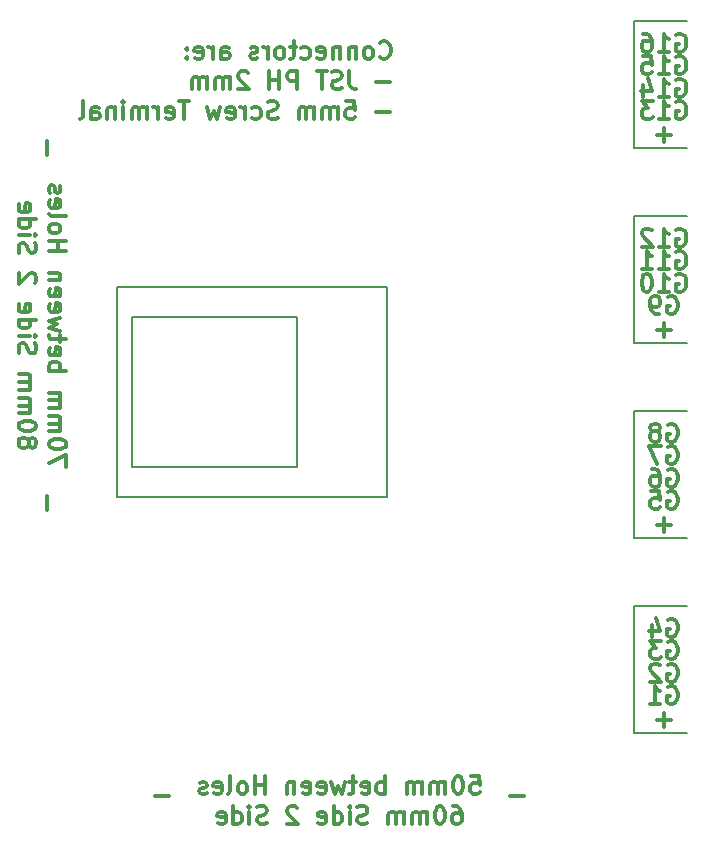
<source format=gbo>
G04 #@! TF.FileFunction,Legend,Bot*
%FSLAX46Y46*%
G04 Gerber Fmt 4.6, Leading zero omitted, Abs format (unit mm)*
G04 Created by KiCad (PCBNEW 4.0.5) date Sunday, 26 February 2017 'PMt' 14:45:35*
%MOMM*%
%LPD*%
G01*
G04 APERTURE LIST*
%ADD10C,0.100000*%
%ADD11C,0.300000*%
%ADD12C,0.200000*%
%ADD13C,0.150000*%
G04 APERTURE END LIST*
D10*
D11*
X173410714Y-72280714D02*
X173482143Y-72352143D01*
X173696429Y-72423571D01*
X173839286Y-72423571D01*
X174053571Y-72352143D01*
X174196429Y-72209286D01*
X174267857Y-72066429D01*
X174339286Y-71780714D01*
X174339286Y-71566429D01*
X174267857Y-71280714D01*
X174196429Y-71137857D01*
X174053571Y-70995000D01*
X173839286Y-70923571D01*
X173696429Y-70923571D01*
X173482143Y-70995000D01*
X173410714Y-71066429D01*
X172553571Y-72423571D02*
X172696429Y-72352143D01*
X172767857Y-72280714D01*
X172839286Y-72137857D01*
X172839286Y-71709286D01*
X172767857Y-71566429D01*
X172696429Y-71495000D01*
X172553571Y-71423571D01*
X172339286Y-71423571D01*
X172196429Y-71495000D01*
X172125000Y-71566429D01*
X172053571Y-71709286D01*
X172053571Y-72137857D01*
X172125000Y-72280714D01*
X172196429Y-72352143D01*
X172339286Y-72423571D01*
X172553571Y-72423571D01*
X171410714Y-71423571D02*
X171410714Y-72423571D01*
X171410714Y-71566429D02*
X171339286Y-71495000D01*
X171196428Y-71423571D01*
X170982143Y-71423571D01*
X170839286Y-71495000D01*
X170767857Y-71637857D01*
X170767857Y-72423571D01*
X170053571Y-71423571D02*
X170053571Y-72423571D01*
X170053571Y-71566429D02*
X169982143Y-71495000D01*
X169839285Y-71423571D01*
X169625000Y-71423571D01*
X169482143Y-71495000D01*
X169410714Y-71637857D01*
X169410714Y-72423571D01*
X168125000Y-72352143D02*
X168267857Y-72423571D01*
X168553571Y-72423571D01*
X168696428Y-72352143D01*
X168767857Y-72209286D01*
X168767857Y-71637857D01*
X168696428Y-71495000D01*
X168553571Y-71423571D01*
X168267857Y-71423571D01*
X168125000Y-71495000D01*
X168053571Y-71637857D01*
X168053571Y-71780714D01*
X168767857Y-71923571D01*
X166767857Y-72352143D02*
X166910714Y-72423571D01*
X167196428Y-72423571D01*
X167339286Y-72352143D01*
X167410714Y-72280714D01*
X167482143Y-72137857D01*
X167482143Y-71709286D01*
X167410714Y-71566429D01*
X167339286Y-71495000D01*
X167196428Y-71423571D01*
X166910714Y-71423571D01*
X166767857Y-71495000D01*
X166339286Y-71423571D02*
X165767857Y-71423571D01*
X166125000Y-70923571D02*
X166125000Y-72209286D01*
X166053572Y-72352143D01*
X165910714Y-72423571D01*
X165767857Y-72423571D01*
X165053571Y-72423571D02*
X165196429Y-72352143D01*
X165267857Y-72280714D01*
X165339286Y-72137857D01*
X165339286Y-71709286D01*
X165267857Y-71566429D01*
X165196429Y-71495000D01*
X165053571Y-71423571D01*
X164839286Y-71423571D01*
X164696429Y-71495000D01*
X164625000Y-71566429D01*
X164553571Y-71709286D01*
X164553571Y-72137857D01*
X164625000Y-72280714D01*
X164696429Y-72352143D01*
X164839286Y-72423571D01*
X165053571Y-72423571D01*
X163910714Y-72423571D02*
X163910714Y-71423571D01*
X163910714Y-71709286D02*
X163839286Y-71566429D01*
X163767857Y-71495000D01*
X163625000Y-71423571D01*
X163482143Y-71423571D01*
X163053572Y-72352143D02*
X162910715Y-72423571D01*
X162625000Y-72423571D01*
X162482143Y-72352143D01*
X162410715Y-72209286D01*
X162410715Y-72137857D01*
X162482143Y-71995000D01*
X162625000Y-71923571D01*
X162839286Y-71923571D01*
X162982143Y-71852143D01*
X163053572Y-71709286D01*
X163053572Y-71637857D01*
X162982143Y-71495000D01*
X162839286Y-71423571D01*
X162625000Y-71423571D01*
X162482143Y-71495000D01*
X159982143Y-72423571D02*
X159982143Y-71637857D01*
X160053572Y-71495000D01*
X160196429Y-71423571D01*
X160482143Y-71423571D01*
X160625000Y-71495000D01*
X159982143Y-72352143D02*
X160125000Y-72423571D01*
X160482143Y-72423571D01*
X160625000Y-72352143D01*
X160696429Y-72209286D01*
X160696429Y-72066429D01*
X160625000Y-71923571D01*
X160482143Y-71852143D01*
X160125000Y-71852143D01*
X159982143Y-71780714D01*
X159267857Y-72423571D02*
X159267857Y-71423571D01*
X159267857Y-71709286D02*
X159196429Y-71566429D01*
X159125000Y-71495000D01*
X158982143Y-71423571D01*
X158839286Y-71423571D01*
X157767858Y-72352143D02*
X157910715Y-72423571D01*
X158196429Y-72423571D01*
X158339286Y-72352143D01*
X158410715Y-72209286D01*
X158410715Y-71637857D01*
X158339286Y-71495000D01*
X158196429Y-71423571D01*
X157910715Y-71423571D01*
X157767858Y-71495000D01*
X157696429Y-71637857D01*
X157696429Y-71780714D01*
X158410715Y-71923571D01*
X157053572Y-72280714D02*
X156982144Y-72352143D01*
X157053572Y-72423571D01*
X157125001Y-72352143D01*
X157053572Y-72280714D01*
X157053572Y-72423571D01*
X157053572Y-71495000D02*
X156982144Y-71566429D01*
X157053572Y-71637857D01*
X157125001Y-71566429D01*
X157053572Y-71495000D01*
X157053572Y-71637857D01*
X174267857Y-74402143D02*
X173125000Y-74402143D01*
X170839286Y-73473571D02*
X170839286Y-74545000D01*
X170910714Y-74759286D01*
X171053571Y-74902143D01*
X171267857Y-74973571D01*
X171410714Y-74973571D01*
X170196429Y-74902143D02*
X169982143Y-74973571D01*
X169625000Y-74973571D01*
X169482143Y-74902143D01*
X169410714Y-74830714D01*
X169339286Y-74687857D01*
X169339286Y-74545000D01*
X169410714Y-74402143D01*
X169482143Y-74330714D01*
X169625000Y-74259286D01*
X169910714Y-74187857D01*
X170053572Y-74116429D01*
X170125000Y-74045000D01*
X170196429Y-73902143D01*
X170196429Y-73759286D01*
X170125000Y-73616429D01*
X170053572Y-73545000D01*
X169910714Y-73473571D01*
X169553572Y-73473571D01*
X169339286Y-73545000D01*
X168910715Y-73473571D02*
X168053572Y-73473571D01*
X168482143Y-74973571D02*
X168482143Y-73473571D01*
X166410715Y-74973571D02*
X166410715Y-73473571D01*
X165839287Y-73473571D01*
X165696429Y-73545000D01*
X165625001Y-73616429D01*
X165553572Y-73759286D01*
X165553572Y-73973571D01*
X165625001Y-74116429D01*
X165696429Y-74187857D01*
X165839287Y-74259286D01*
X166410715Y-74259286D01*
X164910715Y-74973571D02*
X164910715Y-73473571D01*
X164910715Y-74187857D02*
X164053572Y-74187857D01*
X164053572Y-74973571D02*
X164053572Y-73473571D01*
X162267858Y-73616429D02*
X162196429Y-73545000D01*
X162053572Y-73473571D01*
X161696429Y-73473571D01*
X161553572Y-73545000D01*
X161482143Y-73616429D01*
X161410715Y-73759286D01*
X161410715Y-73902143D01*
X161482143Y-74116429D01*
X162339286Y-74973571D01*
X161410715Y-74973571D01*
X160767858Y-74973571D02*
X160767858Y-73973571D01*
X160767858Y-74116429D02*
X160696430Y-74045000D01*
X160553572Y-73973571D01*
X160339287Y-73973571D01*
X160196430Y-74045000D01*
X160125001Y-74187857D01*
X160125001Y-74973571D01*
X160125001Y-74187857D02*
X160053572Y-74045000D01*
X159910715Y-73973571D01*
X159696430Y-73973571D01*
X159553572Y-74045000D01*
X159482144Y-74187857D01*
X159482144Y-74973571D01*
X158767858Y-74973571D02*
X158767858Y-73973571D01*
X158767858Y-74116429D02*
X158696430Y-74045000D01*
X158553572Y-73973571D01*
X158339287Y-73973571D01*
X158196430Y-74045000D01*
X158125001Y-74187857D01*
X158125001Y-74973571D01*
X158125001Y-74187857D02*
X158053572Y-74045000D01*
X157910715Y-73973571D01*
X157696430Y-73973571D01*
X157553572Y-74045000D01*
X157482144Y-74187857D01*
X157482144Y-74973571D01*
X174267857Y-76952143D02*
X173125000Y-76952143D01*
X170553571Y-76023571D02*
X171267857Y-76023571D01*
X171339286Y-76737857D01*
X171267857Y-76666429D01*
X171125000Y-76595000D01*
X170767857Y-76595000D01*
X170625000Y-76666429D01*
X170553571Y-76737857D01*
X170482143Y-76880714D01*
X170482143Y-77237857D01*
X170553571Y-77380714D01*
X170625000Y-77452143D01*
X170767857Y-77523571D01*
X171125000Y-77523571D01*
X171267857Y-77452143D01*
X171339286Y-77380714D01*
X169839286Y-77523571D02*
X169839286Y-76523571D01*
X169839286Y-76666429D02*
X169767858Y-76595000D01*
X169625000Y-76523571D01*
X169410715Y-76523571D01*
X169267858Y-76595000D01*
X169196429Y-76737857D01*
X169196429Y-77523571D01*
X169196429Y-76737857D02*
X169125000Y-76595000D01*
X168982143Y-76523571D01*
X168767858Y-76523571D01*
X168625000Y-76595000D01*
X168553572Y-76737857D01*
X168553572Y-77523571D01*
X167839286Y-77523571D02*
X167839286Y-76523571D01*
X167839286Y-76666429D02*
X167767858Y-76595000D01*
X167625000Y-76523571D01*
X167410715Y-76523571D01*
X167267858Y-76595000D01*
X167196429Y-76737857D01*
X167196429Y-77523571D01*
X167196429Y-76737857D02*
X167125000Y-76595000D01*
X166982143Y-76523571D01*
X166767858Y-76523571D01*
X166625000Y-76595000D01*
X166553572Y-76737857D01*
X166553572Y-77523571D01*
X164767858Y-77452143D02*
X164553572Y-77523571D01*
X164196429Y-77523571D01*
X164053572Y-77452143D01*
X163982143Y-77380714D01*
X163910715Y-77237857D01*
X163910715Y-77095000D01*
X163982143Y-76952143D01*
X164053572Y-76880714D01*
X164196429Y-76809286D01*
X164482143Y-76737857D01*
X164625001Y-76666429D01*
X164696429Y-76595000D01*
X164767858Y-76452143D01*
X164767858Y-76309286D01*
X164696429Y-76166429D01*
X164625001Y-76095000D01*
X164482143Y-76023571D01*
X164125001Y-76023571D01*
X163910715Y-76095000D01*
X162625001Y-77452143D02*
X162767858Y-77523571D01*
X163053572Y-77523571D01*
X163196430Y-77452143D01*
X163267858Y-77380714D01*
X163339287Y-77237857D01*
X163339287Y-76809286D01*
X163267858Y-76666429D01*
X163196430Y-76595000D01*
X163053572Y-76523571D01*
X162767858Y-76523571D01*
X162625001Y-76595000D01*
X161982144Y-77523571D02*
X161982144Y-76523571D01*
X161982144Y-76809286D02*
X161910716Y-76666429D01*
X161839287Y-76595000D01*
X161696430Y-76523571D01*
X161553573Y-76523571D01*
X160482145Y-77452143D02*
X160625002Y-77523571D01*
X160910716Y-77523571D01*
X161053573Y-77452143D01*
X161125002Y-77309286D01*
X161125002Y-76737857D01*
X161053573Y-76595000D01*
X160910716Y-76523571D01*
X160625002Y-76523571D01*
X160482145Y-76595000D01*
X160410716Y-76737857D01*
X160410716Y-76880714D01*
X161125002Y-77023571D01*
X159910716Y-76523571D02*
X159625002Y-77523571D01*
X159339288Y-76809286D01*
X159053573Y-77523571D01*
X158767859Y-76523571D01*
X157267859Y-76023571D02*
X156410716Y-76023571D01*
X156839287Y-77523571D02*
X156839287Y-76023571D01*
X155339288Y-77452143D02*
X155482145Y-77523571D01*
X155767859Y-77523571D01*
X155910716Y-77452143D01*
X155982145Y-77309286D01*
X155982145Y-76737857D01*
X155910716Y-76595000D01*
X155767859Y-76523571D01*
X155482145Y-76523571D01*
X155339288Y-76595000D01*
X155267859Y-76737857D01*
X155267859Y-76880714D01*
X155982145Y-77023571D01*
X154625002Y-77523571D02*
X154625002Y-76523571D01*
X154625002Y-76809286D02*
X154553574Y-76666429D01*
X154482145Y-76595000D01*
X154339288Y-76523571D01*
X154196431Y-76523571D01*
X153696431Y-77523571D02*
X153696431Y-76523571D01*
X153696431Y-76666429D02*
X153625003Y-76595000D01*
X153482145Y-76523571D01*
X153267860Y-76523571D01*
X153125003Y-76595000D01*
X153053574Y-76737857D01*
X153053574Y-77523571D01*
X153053574Y-76737857D02*
X152982145Y-76595000D01*
X152839288Y-76523571D01*
X152625003Y-76523571D01*
X152482145Y-76595000D01*
X152410717Y-76737857D01*
X152410717Y-77523571D01*
X151696431Y-77523571D02*
X151696431Y-76523571D01*
X151696431Y-76023571D02*
X151767860Y-76095000D01*
X151696431Y-76166429D01*
X151625003Y-76095000D01*
X151696431Y-76023571D01*
X151696431Y-76166429D01*
X150982145Y-76523571D02*
X150982145Y-77523571D01*
X150982145Y-76666429D02*
X150910717Y-76595000D01*
X150767859Y-76523571D01*
X150553574Y-76523571D01*
X150410717Y-76595000D01*
X150339288Y-76737857D01*
X150339288Y-77523571D01*
X148982145Y-77523571D02*
X148982145Y-76737857D01*
X149053574Y-76595000D01*
X149196431Y-76523571D01*
X149482145Y-76523571D01*
X149625002Y-76595000D01*
X148982145Y-77452143D02*
X149125002Y-77523571D01*
X149482145Y-77523571D01*
X149625002Y-77452143D01*
X149696431Y-77309286D01*
X149696431Y-77166429D01*
X149625002Y-77023571D01*
X149482145Y-76952143D01*
X149125002Y-76952143D01*
X148982145Y-76880714D01*
X148053573Y-77523571D02*
X148196431Y-77452143D01*
X148267859Y-77309286D01*
X148267859Y-76023571D01*
X145233571Y-110607142D02*
X145233571Y-109464285D01*
X146876429Y-106964285D02*
X146876429Y-105964285D01*
X145376429Y-106607142D01*
X146876429Y-105107143D02*
X146876429Y-104964286D01*
X146805000Y-104821429D01*
X146733571Y-104750000D01*
X146590714Y-104678571D01*
X146305000Y-104607143D01*
X145947857Y-104607143D01*
X145662143Y-104678571D01*
X145519286Y-104750000D01*
X145447857Y-104821429D01*
X145376429Y-104964286D01*
X145376429Y-105107143D01*
X145447857Y-105250000D01*
X145519286Y-105321429D01*
X145662143Y-105392857D01*
X145947857Y-105464286D01*
X146305000Y-105464286D01*
X146590714Y-105392857D01*
X146733571Y-105321429D01*
X146805000Y-105250000D01*
X146876429Y-105107143D01*
X145376429Y-103964286D02*
X146376429Y-103964286D01*
X146233571Y-103964286D02*
X146305000Y-103892858D01*
X146376429Y-103750000D01*
X146376429Y-103535715D01*
X146305000Y-103392858D01*
X146162143Y-103321429D01*
X145376429Y-103321429D01*
X146162143Y-103321429D02*
X146305000Y-103250000D01*
X146376429Y-103107143D01*
X146376429Y-102892858D01*
X146305000Y-102750000D01*
X146162143Y-102678572D01*
X145376429Y-102678572D01*
X145376429Y-101964286D02*
X146376429Y-101964286D01*
X146233571Y-101964286D02*
X146305000Y-101892858D01*
X146376429Y-101750000D01*
X146376429Y-101535715D01*
X146305000Y-101392858D01*
X146162143Y-101321429D01*
X145376429Y-101321429D01*
X146162143Y-101321429D02*
X146305000Y-101250000D01*
X146376429Y-101107143D01*
X146376429Y-100892858D01*
X146305000Y-100750000D01*
X146162143Y-100678572D01*
X145376429Y-100678572D01*
X145376429Y-98821429D02*
X146876429Y-98821429D01*
X146305000Y-98821429D02*
X146376429Y-98678572D01*
X146376429Y-98392858D01*
X146305000Y-98250001D01*
X146233571Y-98178572D01*
X146090714Y-98107143D01*
X145662143Y-98107143D01*
X145519286Y-98178572D01*
X145447857Y-98250001D01*
X145376429Y-98392858D01*
X145376429Y-98678572D01*
X145447857Y-98821429D01*
X145447857Y-96892858D02*
X145376429Y-97035715D01*
X145376429Y-97321429D01*
X145447857Y-97464286D01*
X145590714Y-97535715D01*
X146162143Y-97535715D01*
X146305000Y-97464286D01*
X146376429Y-97321429D01*
X146376429Y-97035715D01*
X146305000Y-96892858D01*
X146162143Y-96821429D01*
X146019286Y-96821429D01*
X145876429Y-97535715D01*
X146376429Y-96392858D02*
X146376429Y-95821429D01*
X146876429Y-96178572D02*
X145590714Y-96178572D01*
X145447857Y-96107144D01*
X145376429Y-95964286D01*
X145376429Y-95821429D01*
X146376429Y-95464286D02*
X145376429Y-95178572D01*
X146090714Y-94892858D01*
X145376429Y-94607143D01*
X146376429Y-94321429D01*
X145447857Y-93178572D02*
X145376429Y-93321429D01*
X145376429Y-93607143D01*
X145447857Y-93750000D01*
X145590714Y-93821429D01*
X146162143Y-93821429D01*
X146305000Y-93750000D01*
X146376429Y-93607143D01*
X146376429Y-93321429D01*
X146305000Y-93178572D01*
X146162143Y-93107143D01*
X146019286Y-93107143D01*
X145876429Y-93821429D01*
X145447857Y-91892858D02*
X145376429Y-92035715D01*
X145376429Y-92321429D01*
X145447857Y-92464286D01*
X145590714Y-92535715D01*
X146162143Y-92535715D01*
X146305000Y-92464286D01*
X146376429Y-92321429D01*
X146376429Y-92035715D01*
X146305000Y-91892858D01*
X146162143Y-91821429D01*
X146019286Y-91821429D01*
X145876429Y-92535715D01*
X146376429Y-91178572D02*
X145376429Y-91178572D01*
X146233571Y-91178572D02*
X146305000Y-91107144D01*
X146376429Y-90964286D01*
X146376429Y-90750001D01*
X146305000Y-90607144D01*
X146162143Y-90535715D01*
X145376429Y-90535715D01*
X145376429Y-88678572D02*
X146876429Y-88678572D01*
X146162143Y-88678572D02*
X146162143Y-87821429D01*
X145376429Y-87821429D02*
X146876429Y-87821429D01*
X145376429Y-86892857D02*
X145447857Y-87035715D01*
X145519286Y-87107143D01*
X145662143Y-87178572D01*
X146090714Y-87178572D01*
X146233571Y-87107143D01*
X146305000Y-87035715D01*
X146376429Y-86892857D01*
X146376429Y-86678572D01*
X146305000Y-86535715D01*
X146233571Y-86464286D01*
X146090714Y-86392857D01*
X145662143Y-86392857D01*
X145519286Y-86464286D01*
X145447857Y-86535715D01*
X145376429Y-86678572D01*
X145376429Y-86892857D01*
X145376429Y-85535714D02*
X145447857Y-85678572D01*
X145590714Y-85750000D01*
X146876429Y-85750000D01*
X145447857Y-84392858D02*
X145376429Y-84535715D01*
X145376429Y-84821429D01*
X145447857Y-84964286D01*
X145590714Y-85035715D01*
X146162143Y-85035715D01*
X146305000Y-84964286D01*
X146376429Y-84821429D01*
X146376429Y-84535715D01*
X146305000Y-84392858D01*
X146162143Y-84321429D01*
X146019286Y-84321429D01*
X145876429Y-85035715D01*
X145447857Y-83750001D02*
X145376429Y-83607144D01*
X145376429Y-83321429D01*
X145447857Y-83178572D01*
X145590714Y-83107144D01*
X145662143Y-83107144D01*
X145805000Y-83178572D01*
X145876429Y-83321429D01*
X145876429Y-83535715D01*
X145947857Y-83678572D01*
X146090714Y-83750001D01*
X146162143Y-83750001D01*
X146305000Y-83678572D01*
X146376429Y-83535715D01*
X146376429Y-83321429D01*
X146305000Y-83178572D01*
X145233571Y-80535715D02*
X145233571Y-79392858D01*
X143683571Y-105071427D02*
X143755000Y-105214285D01*
X143826429Y-105285713D01*
X143969286Y-105357142D01*
X144040714Y-105357142D01*
X144183571Y-105285713D01*
X144255000Y-105214285D01*
X144326429Y-105071427D01*
X144326429Y-104785713D01*
X144255000Y-104642856D01*
X144183571Y-104571427D01*
X144040714Y-104499999D01*
X143969286Y-104499999D01*
X143826429Y-104571427D01*
X143755000Y-104642856D01*
X143683571Y-104785713D01*
X143683571Y-105071427D01*
X143612143Y-105214285D01*
X143540714Y-105285713D01*
X143397857Y-105357142D01*
X143112143Y-105357142D01*
X142969286Y-105285713D01*
X142897857Y-105214285D01*
X142826429Y-105071427D01*
X142826429Y-104785713D01*
X142897857Y-104642856D01*
X142969286Y-104571427D01*
X143112143Y-104499999D01*
X143397857Y-104499999D01*
X143540714Y-104571427D01*
X143612143Y-104642856D01*
X143683571Y-104785713D01*
X144326429Y-103571428D02*
X144326429Y-103428571D01*
X144255000Y-103285714D01*
X144183571Y-103214285D01*
X144040714Y-103142856D01*
X143755000Y-103071428D01*
X143397857Y-103071428D01*
X143112143Y-103142856D01*
X142969286Y-103214285D01*
X142897857Y-103285714D01*
X142826429Y-103428571D01*
X142826429Y-103571428D01*
X142897857Y-103714285D01*
X142969286Y-103785714D01*
X143112143Y-103857142D01*
X143397857Y-103928571D01*
X143755000Y-103928571D01*
X144040714Y-103857142D01*
X144183571Y-103785714D01*
X144255000Y-103714285D01*
X144326429Y-103571428D01*
X142826429Y-102428571D02*
X143826429Y-102428571D01*
X143683571Y-102428571D02*
X143755000Y-102357143D01*
X143826429Y-102214285D01*
X143826429Y-102000000D01*
X143755000Y-101857143D01*
X143612143Y-101785714D01*
X142826429Y-101785714D01*
X143612143Y-101785714D02*
X143755000Y-101714285D01*
X143826429Y-101571428D01*
X143826429Y-101357143D01*
X143755000Y-101214285D01*
X143612143Y-101142857D01*
X142826429Y-101142857D01*
X142826429Y-100428571D02*
X143826429Y-100428571D01*
X143683571Y-100428571D02*
X143755000Y-100357143D01*
X143826429Y-100214285D01*
X143826429Y-100000000D01*
X143755000Y-99857143D01*
X143612143Y-99785714D01*
X142826429Y-99785714D01*
X143612143Y-99785714D02*
X143755000Y-99714285D01*
X143826429Y-99571428D01*
X143826429Y-99357143D01*
X143755000Y-99214285D01*
X143612143Y-99142857D01*
X142826429Y-99142857D01*
X142897857Y-97357143D02*
X142826429Y-97142857D01*
X142826429Y-96785714D01*
X142897857Y-96642857D01*
X142969286Y-96571428D01*
X143112143Y-96500000D01*
X143255000Y-96500000D01*
X143397857Y-96571428D01*
X143469286Y-96642857D01*
X143540714Y-96785714D01*
X143612143Y-97071428D01*
X143683571Y-97214286D01*
X143755000Y-97285714D01*
X143897857Y-97357143D01*
X144040714Y-97357143D01*
X144183571Y-97285714D01*
X144255000Y-97214286D01*
X144326429Y-97071428D01*
X144326429Y-96714286D01*
X144255000Y-96500000D01*
X142826429Y-95857143D02*
X143826429Y-95857143D01*
X144326429Y-95857143D02*
X144255000Y-95928572D01*
X144183571Y-95857143D01*
X144255000Y-95785715D01*
X144326429Y-95857143D01*
X144183571Y-95857143D01*
X142826429Y-94500000D02*
X144326429Y-94500000D01*
X142897857Y-94500000D02*
X142826429Y-94642857D01*
X142826429Y-94928571D01*
X142897857Y-95071429D01*
X142969286Y-95142857D01*
X143112143Y-95214286D01*
X143540714Y-95214286D01*
X143683571Y-95142857D01*
X143755000Y-95071429D01*
X143826429Y-94928571D01*
X143826429Y-94642857D01*
X143755000Y-94500000D01*
X142897857Y-93214286D02*
X142826429Y-93357143D01*
X142826429Y-93642857D01*
X142897857Y-93785714D01*
X143040714Y-93857143D01*
X143612143Y-93857143D01*
X143755000Y-93785714D01*
X143826429Y-93642857D01*
X143826429Y-93357143D01*
X143755000Y-93214286D01*
X143612143Y-93142857D01*
X143469286Y-93142857D01*
X143326429Y-93857143D01*
X144183571Y-91428572D02*
X144255000Y-91357143D01*
X144326429Y-91214286D01*
X144326429Y-90857143D01*
X144255000Y-90714286D01*
X144183571Y-90642857D01*
X144040714Y-90571429D01*
X143897857Y-90571429D01*
X143683571Y-90642857D01*
X142826429Y-91500000D01*
X142826429Y-90571429D01*
X142897857Y-88857144D02*
X142826429Y-88642858D01*
X142826429Y-88285715D01*
X142897857Y-88142858D01*
X142969286Y-88071429D01*
X143112143Y-88000001D01*
X143255000Y-88000001D01*
X143397857Y-88071429D01*
X143469286Y-88142858D01*
X143540714Y-88285715D01*
X143612143Y-88571429D01*
X143683571Y-88714287D01*
X143755000Y-88785715D01*
X143897857Y-88857144D01*
X144040714Y-88857144D01*
X144183571Y-88785715D01*
X144255000Y-88714287D01*
X144326429Y-88571429D01*
X144326429Y-88214287D01*
X144255000Y-88000001D01*
X142826429Y-87357144D02*
X143826429Y-87357144D01*
X144326429Y-87357144D02*
X144255000Y-87428573D01*
X144183571Y-87357144D01*
X144255000Y-87285716D01*
X144326429Y-87357144D01*
X144183571Y-87357144D01*
X142826429Y-86000001D02*
X144326429Y-86000001D01*
X142897857Y-86000001D02*
X142826429Y-86142858D01*
X142826429Y-86428572D01*
X142897857Y-86571430D01*
X142969286Y-86642858D01*
X143112143Y-86714287D01*
X143540714Y-86714287D01*
X143683571Y-86642858D01*
X143755000Y-86571430D01*
X143826429Y-86428572D01*
X143826429Y-86142858D01*
X143755000Y-86000001D01*
X142897857Y-84714287D02*
X142826429Y-84857144D01*
X142826429Y-85142858D01*
X142897857Y-85285715D01*
X143040714Y-85357144D01*
X143612143Y-85357144D01*
X143755000Y-85285715D01*
X143826429Y-85142858D01*
X143826429Y-84857144D01*
X143755000Y-84714287D01*
X143612143Y-84642858D01*
X143469286Y-84642858D01*
X143326429Y-85357144D01*
X185607142Y-134801429D02*
X184464285Y-134801429D01*
X181107142Y-133158571D02*
X181821428Y-133158571D01*
X181892857Y-133872857D01*
X181821428Y-133801429D01*
X181678571Y-133730000D01*
X181321428Y-133730000D01*
X181178571Y-133801429D01*
X181107142Y-133872857D01*
X181035714Y-134015714D01*
X181035714Y-134372857D01*
X181107142Y-134515714D01*
X181178571Y-134587143D01*
X181321428Y-134658571D01*
X181678571Y-134658571D01*
X181821428Y-134587143D01*
X181892857Y-134515714D01*
X180107143Y-133158571D02*
X179964286Y-133158571D01*
X179821429Y-133230000D01*
X179750000Y-133301429D01*
X179678571Y-133444286D01*
X179607143Y-133730000D01*
X179607143Y-134087143D01*
X179678571Y-134372857D01*
X179750000Y-134515714D01*
X179821429Y-134587143D01*
X179964286Y-134658571D01*
X180107143Y-134658571D01*
X180250000Y-134587143D01*
X180321429Y-134515714D01*
X180392857Y-134372857D01*
X180464286Y-134087143D01*
X180464286Y-133730000D01*
X180392857Y-133444286D01*
X180321429Y-133301429D01*
X180250000Y-133230000D01*
X180107143Y-133158571D01*
X178964286Y-134658571D02*
X178964286Y-133658571D01*
X178964286Y-133801429D02*
X178892858Y-133730000D01*
X178750000Y-133658571D01*
X178535715Y-133658571D01*
X178392858Y-133730000D01*
X178321429Y-133872857D01*
X178321429Y-134658571D01*
X178321429Y-133872857D02*
X178250000Y-133730000D01*
X178107143Y-133658571D01*
X177892858Y-133658571D01*
X177750000Y-133730000D01*
X177678572Y-133872857D01*
X177678572Y-134658571D01*
X176964286Y-134658571D02*
X176964286Y-133658571D01*
X176964286Y-133801429D02*
X176892858Y-133730000D01*
X176750000Y-133658571D01*
X176535715Y-133658571D01*
X176392858Y-133730000D01*
X176321429Y-133872857D01*
X176321429Y-134658571D01*
X176321429Y-133872857D02*
X176250000Y-133730000D01*
X176107143Y-133658571D01*
X175892858Y-133658571D01*
X175750000Y-133730000D01*
X175678572Y-133872857D01*
X175678572Y-134658571D01*
X173821429Y-134658571D02*
X173821429Y-133158571D01*
X173821429Y-133730000D02*
X173678572Y-133658571D01*
X173392858Y-133658571D01*
X173250001Y-133730000D01*
X173178572Y-133801429D01*
X173107143Y-133944286D01*
X173107143Y-134372857D01*
X173178572Y-134515714D01*
X173250001Y-134587143D01*
X173392858Y-134658571D01*
X173678572Y-134658571D01*
X173821429Y-134587143D01*
X171892858Y-134587143D02*
X172035715Y-134658571D01*
X172321429Y-134658571D01*
X172464286Y-134587143D01*
X172535715Y-134444286D01*
X172535715Y-133872857D01*
X172464286Y-133730000D01*
X172321429Y-133658571D01*
X172035715Y-133658571D01*
X171892858Y-133730000D01*
X171821429Y-133872857D01*
X171821429Y-134015714D01*
X172535715Y-134158571D01*
X171392858Y-133658571D02*
X170821429Y-133658571D01*
X171178572Y-133158571D02*
X171178572Y-134444286D01*
X171107144Y-134587143D01*
X170964286Y-134658571D01*
X170821429Y-134658571D01*
X170464286Y-133658571D02*
X170178572Y-134658571D01*
X169892858Y-133944286D01*
X169607143Y-134658571D01*
X169321429Y-133658571D01*
X168178572Y-134587143D02*
X168321429Y-134658571D01*
X168607143Y-134658571D01*
X168750000Y-134587143D01*
X168821429Y-134444286D01*
X168821429Y-133872857D01*
X168750000Y-133730000D01*
X168607143Y-133658571D01*
X168321429Y-133658571D01*
X168178572Y-133730000D01*
X168107143Y-133872857D01*
X168107143Y-134015714D01*
X168821429Y-134158571D01*
X166892858Y-134587143D02*
X167035715Y-134658571D01*
X167321429Y-134658571D01*
X167464286Y-134587143D01*
X167535715Y-134444286D01*
X167535715Y-133872857D01*
X167464286Y-133730000D01*
X167321429Y-133658571D01*
X167035715Y-133658571D01*
X166892858Y-133730000D01*
X166821429Y-133872857D01*
X166821429Y-134015714D01*
X167535715Y-134158571D01*
X166178572Y-133658571D02*
X166178572Y-134658571D01*
X166178572Y-133801429D02*
X166107144Y-133730000D01*
X165964286Y-133658571D01*
X165750001Y-133658571D01*
X165607144Y-133730000D01*
X165535715Y-133872857D01*
X165535715Y-134658571D01*
X163678572Y-134658571D02*
X163678572Y-133158571D01*
X163678572Y-133872857D02*
X162821429Y-133872857D01*
X162821429Y-134658571D02*
X162821429Y-133158571D01*
X161892857Y-134658571D02*
X162035715Y-134587143D01*
X162107143Y-134515714D01*
X162178572Y-134372857D01*
X162178572Y-133944286D01*
X162107143Y-133801429D01*
X162035715Y-133730000D01*
X161892857Y-133658571D01*
X161678572Y-133658571D01*
X161535715Y-133730000D01*
X161464286Y-133801429D01*
X161392857Y-133944286D01*
X161392857Y-134372857D01*
X161464286Y-134515714D01*
X161535715Y-134587143D01*
X161678572Y-134658571D01*
X161892857Y-134658571D01*
X160535714Y-134658571D02*
X160678572Y-134587143D01*
X160750000Y-134444286D01*
X160750000Y-133158571D01*
X159392858Y-134587143D02*
X159535715Y-134658571D01*
X159821429Y-134658571D01*
X159964286Y-134587143D01*
X160035715Y-134444286D01*
X160035715Y-133872857D01*
X159964286Y-133730000D01*
X159821429Y-133658571D01*
X159535715Y-133658571D01*
X159392858Y-133730000D01*
X159321429Y-133872857D01*
X159321429Y-134015714D01*
X160035715Y-134158571D01*
X158750001Y-134587143D02*
X158607144Y-134658571D01*
X158321429Y-134658571D01*
X158178572Y-134587143D01*
X158107144Y-134444286D01*
X158107144Y-134372857D01*
X158178572Y-134230000D01*
X158321429Y-134158571D01*
X158535715Y-134158571D01*
X158678572Y-134087143D01*
X158750001Y-133944286D01*
X158750001Y-133872857D01*
X158678572Y-133730000D01*
X158535715Y-133658571D01*
X158321429Y-133658571D01*
X158178572Y-133730000D01*
X155535715Y-134801429D02*
X154392858Y-134801429D01*
X179642856Y-135708571D02*
X179928570Y-135708571D01*
X180071427Y-135780000D01*
X180142856Y-135851429D01*
X180285713Y-136065714D01*
X180357142Y-136351429D01*
X180357142Y-136922857D01*
X180285713Y-137065714D01*
X180214285Y-137137143D01*
X180071427Y-137208571D01*
X179785713Y-137208571D01*
X179642856Y-137137143D01*
X179571427Y-137065714D01*
X179499999Y-136922857D01*
X179499999Y-136565714D01*
X179571427Y-136422857D01*
X179642856Y-136351429D01*
X179785713Y-136280000D01*
X180071427Y-136280000D01*
X180214285Y-136351429D01*
X180285713Y-136422857D01*
X180357142Y-136565714D01*
X178571428Y-135708571D02*
X178428571Y-135708571D01*
X178285714Y-135780000D01*
X178214285Y-135851429D01*
X178142856Y-135994286D01*
X178071428Y-136280000D01*
X178071428Y-136637143D01*
X178142856Y-136922857D01*
X178214285Y-137065714D01*
X178285714Y-137137143D01*
X178428571Y-137208571D01*
X178571428Y-137208571D01*
X178714285Y-137137143D01*
X178785714Y-137065714D01*
X178857142Y-136922857D01*
X178928571Y-136637143D01*
X178928571Y-136280000D01*
X178857142Y-135994286D01*
X178785714Y-135851429D01*
X178714285Y-135780000D01*
X178571428Y-135708571D01*
X177428571Y-137208571D02*
X177428571Y-136208571D01*
X177428571Y-136351429D02*
X177357143Y-136280000D01*
X177214285Y-136208571D01*
X177000000Y-136208571D01*
X176857143Y-136280000D01*
X176785714Y-136422857D01*
X176785714Y-137208571D01*
X176785714Y-136422857D02*
X176714285Y-136280000D01*
X176571428Y-136208571D01*
X176357143Y-136208571D01*
X176214285Y-136280000D01*
X176142857Y-136422857D01*
X176142857Y-137208571D01*
X175428571Y-137208571D02*
X175428571Y-136208571D01*
X175428571Y-136351429D02*
X175357143Y-136280000D01*
X175214285Y-136208571D01*
X175000000Y-136208571D01*
X174857143Y-136280000D01*
X174785714Y-136422857D01*
X174785714Y-137208571D01*
X174785714Y-136422857D02*
X174714285Y-136280000D01*
X174571428Y-136208571D01*
X174357143Y-136208571D01*
X174214285Y-136280000D01*
X174142857Y-136422857D01*
X174142857Y-137208571D01*
X172357143Y-137137143D02*
X172142857Y-137208571D01*
X171785714Y-137208571D01*
X171642857Y-137137143D01*
X171571428Y-137065714D01*
X171500000Y-136922857D01*
X171500000Y-136780000D01*
X171571428Y-136637143D01*
X171642857Y-136565714D01*
X171785714Y-136494286D01*
X172071428Y-136422857D01*
X172214286Y-136351429D01*
X172285714Y-136280000D01*
X172357143Y-136137143D01*
X172357143Y-135994286D01*
X172285714Y-135851429D01*
X172214286Y-135780000D01*
X172071428Y-135708571D01*
X171714286Y-135708571D01*
X171500000Y-135780000D01*
X170857143Y-137208571D02*
X170857143Y-136208571D01*
X170857143Y-135708571D02*
X170928572Y-135780000D01*
X170857143Y-135851429D01*
X170785715Y-135780000D01*
X170857143Y-135708571D01*
X170857143Y-135851429D01*
X169500000Y-137208571D02*
X169500000Y-135708571D01*
X169500000Y-137137143D02*
X169642857Y-137208571D01*
X169928571Y-137208571D01*
X170071429Y-137137143D01*
X170142857Y-137065714D01*
X170214286Y-136922857D01*
X170214286Y-136494286D01*
X170142857Y-136351429D01*
X170071429Y-136280000D01*
X169928571Y-136208571D01*
X169642857Y-136208571D01*
X169500000Y-136280000D01*
X168214286Y-137137143D02*
X168357143Y-137208571D01*
X168642857Y-137208571D01*
X168785714Y-137137143D01*
X168857143Y-136994286D01*
X168857143Y-136422857D01*
X168785714Y-136280000D01*
X168642857Y-136208571D01*
X168357143Y-136208571D01*
X168214286Y-136280000D01*
X168142857Y-136422857D01*
X168142857Y-136565714D01*
X168857143Y-136708571D01*
X166428572Y-135851429D02*
X166357143Y-135780000D01*
X166214286Y-135708571D01*
X165857143Y-135708571D01*
X165714286Y-135780000D01*
X165642857Y-135851429D01*
X165571429Y-135994286D01*
X165571429Y-136137143D01*
X165642857Y-136351429D01*
X166500000Y-137208571D01*
X165571429Y-137208571D01*
X163857144Y-137137143D02*
X163642858Y-137208571D01*
X163285715Y-137208571D01*
X163142858Y-137137143D01*
X163071429Y-137065714D01*
X163000001Y-136922857D01*
X163000001Y-136780000D01*
X163071429Y-136637143D01*
X163142858Y-136565714D01*
X163285715Y-136494286D01*
X163571429Y-136422857D01*
X163714287Y-136351429D01*
X163785715Y-136280000D01*
X163857144Y-136137143D01*
X163857144Y-135994286D01*
X163785715Y-135851429D01*
X163714287Y-135780000D01*
X163571429Y-135708571D01*
X163214287Y-135708571D01*
X163000001Y-135780000D01*
X162357144Y-137208571D02*
X162357144Y-136208571D01*
X162357144Y-135708571D02*
X162428573Y-135780000D01*
X162357144Y-135851429D01*
X162285716Y-135780000D01*
X162357144Y-135708571D01*
X162357144Y-135851429D01*
X161000001Y-137208571D02*
X161000001Y-135708571D01*
X161000001Y-137137143D02*
X161142858Y-137208571D01*
X161428572Y-137208571D01*
X161571430Y-137137143D01*
X161642858Y-137065714D01*
X161714287Y-136922857D01*
X161714287Y-136494286D01*
X161642858Y-136351429D01*
X161571430Y-136280000D01*
X161428572Y-136208571D01*
X161142858Y-136208571D01*
X161000001Y-136280000D01*
X159714287Y-137137143D02*
X159857144Y-137208571D01*
X160142858Y-137208571D01*
X160285715Y-137137143D01*
X160357144Y-136994286D01*
X160357144Y-136422857D01*
X160285715Y-136280000D01*
X160142858Y-136208571D01*
X159857144Y-136208571D01*
X159714287Y-136280000D01*
X159642858Y-136422857D01*
X159642858Y-136565714D01*
X160357144Y-136708571D01*
D12*
X194945000Y-102235000D02*
X194945000Y-113030000D01*
X194945000Y-129540000D02*
X199390000Y-129540000D01*
X194945000Y-118745000D02*
X194945000Y-129540000D01*
X199390000Y-118745000D02*
X194945000Y-118745000D01*
X194945000Y-113030000D02*
X199390000Y-113030000D01*
X199390000Y-102235000D02*
X194945000Y-102235000D01*
X194945000Y-96520000D02*
X199390000Y-96520000D01*
X194945000Y-85725000D02*
X194945000Y-96520000D01*
X199390000Y-85725000D02*
X194945000Y-85725000D01*
X194945000Y-80010000D02*
X199390000Y-80010000D01*
X194945000Y-69215000D02*
X194945000Y-80010000D01*
X199390000Y-69215000D02*
X194945000Y-69215000D01*
D11*
X198520714Y-70370000D02*
X198663571Y-70298571D01*
X198877857Y-70298571D01*
X199092142Y-70370000D01*
X199235000Y-70512857D01*
X199306428Y-70655714D01*
X199377857Y-70941429D01*
X199377857Y-71155714D01*
X199306428Y-71441429D01*
X199235000Y-71584286D01*
X199092142Y-71727143D01*
X198877857Y-71798571D01*
X198735000Y-71798571D01*
X198520714Y-71727143D01*
X198449285Y-71655714D01*
X198449285Y-71155714D01*
X198735000Y-71155714D01*
X197020714Y-71798571D02*
X197877857Y-71798571D01*
X197449285Y-71798571D02*
X197449285Y-70298571D01*
X197592142Y-70512857D01*
X197735000Y-70655714D01*
X197877857Y-70727143D01*
X195735000Y-70298571D02*
X196020714Y-70298571D01*
X196163571Y-70370000D01*
X196235000Y-70441429D01*
X196377857Y-70655714D01*
X196449286Y-70941429D01*
X196449286Y-71512857D01*
X196377857Y-71655714D01*
X196306429Y-71727143D01*
X196163571Y-71798571D01*
X195877857Y-71798571D01*
X195735000Y-71727143D01*
X195663571Y-71655714D01*
X195592143Y-71512857D01*
X195592143Y-71155714D01*
X195663571Y-71012857D01*
X195735000Y-70941429D01*
X195877857Y-70870000D01*
X196163571Y-70870000D01*
X196306429Y-70941429D01*
X196377857Y-71012857D01*
X196449286Y-71155714D01*
X198520714Y-72275000D02*
X198663571Y-72203571D01*
X198877857Y-72203571D01*
X199092142Y-72275000D01*
X199235000Y-72417857D01*
X199306428Y-72560714D01*
X199377857Y-72846429D01*
X199377857Y-73060714D01*
X199306428Y-73346429D01*
X199235000Y-73489286D01*
X199092142Y-73632143D01*
X198877857Y-73703571D01*
X198735000Y-73703571D01*
X198520714Y-73632143D01*
X198449285Y-73560714D01*
X198449285Y-73060714D01*
X198735000Y-73060714D01*
X197020714Y-73703571D02*
X197877857Y-73703571D01*
X197449285Y-73703571D02*
X197449285Y-72203571D01*
X197592142Y-72417857D01*
X197735000Y-72560714D01*
X197877857Y-72632143D01*
X195663571Y-72203571D02*
X196377857Y-72203571D01*
X196449286Y-72917857D01*
X196377857Y-72846429D01*
X196235000Y-72775000D01*
X195877857Y-72775000D01*
X195735000Y-72846429D01*
X195663571Y-72917857D01*
X195592143Y-73060714D01*
X195592143Y-73417857D01*
X195663571Y-73560714D01*
X195735000Y-73632143D01*
X195877857Y-73703571D01*
X196235000Y-73703571D01*
X196377857Y-73632143D01*
X196449286Y-73560714D01*
X198520714Y-74180000D02*
X198663571Y-74108571D01*
X198877857Y-74108571D01*
X199092142Y-74180000D01*
X199235000Y-74322857D01*
X199306428Y-74465714D01*
X199377857Y-74751429D01*
X199377857Y-74965714D01*
X199306428Y-75251429D01*
X199235000Y-75394286D01*
X199092142Y-75537143D01*
X198877857Y-75608571D01*
X198735000Y-75608571D01*
X198520714Y-75537143D01*
X198449285Y-75465714D01*
X198449285Y-74965714D01*
X198735000Y-74965714D01*
X197020714Y-75608571D02*
X197877857Y-75608571D01*
X197449285Y-75608571D02*
X197449285Y-74108571D01*
X197592142Y-74322857D01*
X197735000Y-74465714D01*
X197877857Y-74537143D01*
X195735000Y-74608571D02*
X195735000Y-75608571D01*
X196092143Y-74037143D02*
X196449286Y-75108571D01*
X195520714Y-75108571D01*
X198520714Y-76085000D02*
X198663571Y-76013571D01*
X198877857Y-76013571D01*
X199092142Y-76085000D01*
X199235000Y-76227857D01*
X199306428Y-76370714D01*
X199377857Y-76656429D01*
X199377857Y-76870714D01*
X199306428Y-77156429D01*
X199235000Y-77299286D01*
X199092142Y-77442143D01*
X198877857Y-77513571D01*
X198735000Y-77513571D01*
X198520714Y-77442143D01*
X198449285Y-77370714D01*
X198449285Y-76870714D01*
X198735000Y-76870714D01*
X197020714Y-77513571D02*
X197877857Y-77513571D01*
X197449285Y-77513571D02*
X197449285Y-76013571D01*
X197592142Y-76227857D01*
X197735000Y-76370714D01*
X197877857Y-76442143D01*
X196520714Y-76013571D02*
X195592143Y-76013571D01*
X196092143Y-76585000D01*
X195877857Y-76585000D01*
X195735000Y-76656429D01*
X195663571Y-76727857D01*
X195592143Y-76870714D01*
X195592143Y-77227857D01*
X195663571Y-77370714D01*
X195735000Y-77442143D01*
X195877857Y-77513571D01*
X196306429Y-77513571D01*
X196449286Y-77442143D01*
X196520714Y-77370714D01*
X198056428Y-78847143D02*
X196913571Y-78847143D01*
X197485000Y-79418571D02*
X197485000Y-78275714D01*
X198520714Y-86880000D02*
X198663571Y-86808571D01*
X198877857Y-86808571D01*
X199092142Y-86880000D01*
X199235000Y-87022857D01*
X199306428Y-87165714D01*
X199377857Y-87451429D01*
X199377857Y-87665714D01*
X199306428Y-87951429D01*
X199235000Y-88094286D01*
X199092142Y-88237143D01*
X198877857Y-88308571D01*
X198735000Y-88308571D01*
X198520714Y-88237143D01*
X198449285Y-88165714D01*
X198449285Y-87665714D01*
X198735000Y-87665714D01*
X197020714Y-88308571D02*
X197877857Y-88308571D01*
X197449285Y-88308571D02*
X197449285Y-86808571D01*
X197592142Y-87022857D01*
X197735000Y-87165714D01*
X197877857Y-87237143D01*
X196449286Y-86951429D02*
X196377857Y-86880000D01*
X196235000Y-86808571D01*
X195877857Y-86808571D01*
X195735000Y-86880000D01*
X195663571Y-86951429D01*
X195592143Y-87094286D01*
X195592143Y-87237143D01*
X195663571Y-87451429D01*
X196520714Y-88308571D01*
X195592143Y-88308571D01*
X198520714Y-88785000D02*
X198663571Y-88713571D01*
X198877857Y-88713571D01*
X199092142Y-88785000D01*
X199235000Y-88927857D01*
X199306428Y-89070714D01*
X199377857Y-89356429D01*
X199377857Y-89570714D01*
X199306428Y-89856429D01*
X199235000Y-89999286D01*
X199092142Y-90142143D01*
X198877857Y-90213571D01*
X198735000Y-90213571D01*
X198520714Y-90142143D01*
X198449285Y-90070714D01*
X198449285Y-89570714D01*
X198735000Y-89570714D01*
X197020714Y-90213571D02*
X197877857Y-90213571D01*
X197449285Y-90213571D02*
X197449285Y-88713571D01*
X197592142Y-88927857D01*
X197735000Y-89070714D01*
X197877857Y-89142143D01*
X195592143Y-90213571D02*
X196449286Y-90213571D01*
X196020714Y-90213571D02*
X196020714Y-88713571D01*
X196163571Y-88927857D01*
X196306429Y-89070714D01*
X196449286Y-89142143D01*
X197806428Y-92595000D02*
X197949285Y-92523571D01*
X198163571Y-92523571D01*
X198377856Y-92595000D01*
X198520714Y-92737857D01*
X198592142Y-92880714D01*
X198663571Y-93166429D01*
X198663571Y-93380714D01*
X198592142Y-93666429D01*
X198520714Y-93809286D01*
X198377856Y-93952143D01*
X198163571Y-94023571D01*
X198020714Y-94023571D01*
X197806428Y-93952143D01*
X197734999Y-93880714D01*
X197734999Y-93380714D01*
X198020714Y-93380714D01*
X197020714Y-94023571D02*
X196734999Y-94023571D01*
X196592142Y-93952143D01*
X196520714Y-93880714D01*
X196377856Y-93666429D01*
X196306428Y-93380714D01*
X196306428Y-92809286D01*
X196377856Y-92666429D01*
X196449285Y-92595000D01*
X196592142Y-92523571D01*
X196877856Y-92523571D01*
X197020714Y-92595000D01*
X197092142Y-92666429D01*
X197163571Y-92809286D01*
X197163571Y-93166429D01*
X197092142Y-93309286D01*
X197020714Y-93380714D01*
X196877856Y-93452143D01*
X196592142Y-93452143D01*
X196449285Y-93380714D01*
X196377856Y-93309286D01*
X196306428Y-93166429D01*
X198520714Y-90690000D02*
X198663571Y-90618571D01*
X198877857Y-90618571D01*
X199092142Y-90690000D01*
X199235000Y-90832857D01*
X199306428Y-90975714D01*
X199377857Y-91261429D01*
X199377857Y-91475714D01*
X199306428Y-91761429D01*
X199235000Y-91904286D01*
X199092142Y-92047143D01*
X198877857Y-92118571D01*
X198735000Y-92118571D01*
X198520714Y-92047143D01*
X198449285Y-91975714D01*
X198449285Y-91475714D01*
X198735000Y-91475714D01*
X197020714Y-92118571D02*
X197877857Y-92118571D01*
X197449285Y-92118571D02*
X197449285Y-90618571D01*
X197592142Y-90832857D01*
X197735000Y-90975714D01*
X197877857Y-91047143D01*
X196092143Y-90618571D02*
X195949286Y-90618571D01*
X195806429Y-90690000D01*
X195735000Y-90761429D01*
X195663571Y-90904286D01*
X195592143Y-91190000D01*
X195592143Y-91547143D01*
X195663571Y-91832857D01*
X195735000Y-91975714D01*
X195806429Y-92047143D01*
X195949286Y-92118571D01*
X196092143Y-92118571D01*
X196235000Y-92047143D01*
X196306429Y-91975714D01*
X196377857Y-91832857D01*
X196449286Y-91547143D01*
X196449286Y-91190000D01*
X196377857Y-90904286D01*
X196306429Y-90761429D01*
X196235000Y-90690000D01*
X196092143Y-90618571D01*
X198056428Y-95357143D02*
X196913571Y-95357143D01*
X197485000Y-95928571D02*
X197485000Y-94785714D01*
X197806428Y-103390000D02*
X197949285Y-103318571D01*
X198163571Y-103318571D01*
X198377856Y-103390000D01*
X198520714Y-103532857D01*
X198592142Y-103675714D01*
X198663571Y-103961429D01*
X198663571Y-104175714D01*
X198592142Y-104461429D01*
X198520714Y-104604286D01*
X198377856Y-104747143D01*
X198163571Y-104818571D01*
X198020714Y-104818571D01*
X197806428Y-104747143D01*
X197734999Y-104675714D01*
X197734999Y-104175714D01*
X198020714Y-104175714D01*
X196877856Y-103961429D02*
X197020714Y-103890000D01*
X197092142Y-103818571D01*
X197163571Y-103675714D01*
X197163571Y-103604286D01*
X197092142Y-103461429D01*
X197020714Y-103390000D01*
X196877856Y-103318571D01*
X196592142Y-103318571D01*
X196449285Y-103390000D01*
X196377856Y-103461429D01*
X196306428Y-103604286D01*
X196306428Y-103675714D01*
X196377856Y-103818571D01*
X196449285Y-103890000D01*
X196592142Y-103961429D01*
X196877856Y-103961429D01*
X197020714Y-104032857D01*
X197092142Y-104104286D01*
X197163571Y-104247143D01*
X197163571Y-104532857D01*
X197092142Y-104675714D01*
X197020714Y-104747143D01*
X196877856Y-104818571D01*
X196592142Y-104818571D01*
X196449285Y-104747143D01*
X196377856Y-104675714D01*
X196306428Y-104532857D01*
X196306428Y-104247143D01*
X196377856Y-104104286D01*
X196449285Y-104032857D01*
X196592142Y-103961429D01*
X197806428Y-105295000D02*
X197949285Y-105223571D01*
X198163571Y-105223571D01*
X198377856Y-105295000D01*
X198520714Y-105437857D01*
X198592142Y-105580714D01*
X198663571Y-105866429D01*
X198663571Y-106080714D01*
X198592142Y-106366429D01*
X198520714Y-106509286D01*
X198377856Y-106652143D01*
X198163571Y-106723571D01*
X198020714Y-106723571D01*
X197806428Y-106652143D01*
X197734999Y-106580714D01*
X197734999Y-106080714D01*
X198020714Y-106080714D01*
X197234999Y-105223571D02*
X196234999Y-105223571D01*
X196877856Y-106723571D01*
X197806428Y-107200000D02*
X197949285Y-107128571D01*
X198163571Y-107128571D01*
X198377856Y-107200000D01*
X198520714Y-107342857D01*
X198592142Y-107485714D01*
X198663571Y-107771429D01*
X198663571Y-107985714D01*
X198592142Y-108271429D01*
X198520714Y-108414286D01*
X198377856Y-108557143D01*
X198163571Y-108628571D01*
X198020714Y-108628571D01*
X197806428Y-108557143D01*
X197734999Y-108485714D01*
X197734999Y-107985714D01*
X198020714Y-107985714D01*
X196449285Y-107128571D02*
X196734999Y-107128571D01*
X196877856Y-107200000D01*
X196949285Y-107271429D01*
X197092142Y-107485714D01*
X197163571Y-107771429D01*
X197163571Y-108342857D01*
X197092142Y-108485714D01*
X197020714Y-108557143D01*
X196877856Y-108628571D01*
X196592142Y-108628571D01*
X196449285Y-108557143D01*
X196377856Y-108485714D01*
X196306428Y-108342857D01*
X196306428Y-107985714D01*
X196377856Y-107842857D01*
X196449285Y-107771429D01*
X196592142Y-107700000D01*
X196877856Y-107700000D01*
X197020714Y-107771429D01*
X197092142Y-107842857D01*
X197163571Y-107985714D01*
X198056428Y-111867143D02*
X196913571Y-111867143D01*
X197485000Y-112438571D02*
X197485000Y-111295714D01*
X197806428Y-109105000D02*
X197949285Y-109033571D01*
X198163571Y-109033571D01*
X198377856Y-109105000D01*
X198520714Y-109247857D01*
X198592142Y-109390714D01*
X198663571Y-109676429D01*
X198663571Y-109890714D01*
X198592142Y-110176429D01*
X198520714Y-110319286D01*
X198377856Y-110462143D01*
X198163571Y-110533571D01*
X198020714Y-110533571D01*
X197806428Y-110462143D01*
X197734999Y-110390714D01*
X197734999Y-109890714D01*
X198020714Y-109890714D01*
X196377856Y-109033571D02*
X197092142Y-109033571D01*
X197163571Y-109747857D01*
X197092142Y-109676429D01*
X196949285Y-109605000D01*
X196592142Y-109605000D01*
X196449285Y-109676429D01*
X196377856Y-109747857D01*
X196306428Y-109890714D01*
X196306428Y-110247857D01*
X196377856Y-110390714D01*
X196449285Y-110462143D01*
X196592142Y-110533571D01*
X196949285Y-110533571D01*
X197092142Y-110462143D01*
X197163571Y-110390714D01*
X198056428Y-128377143D02*
X196913571Y-128377143D01*
X197485000Y-128948571D02*
X197485000Y-127805714D01*
X197806428Y-119900000D02*
X197949285Y-119828571D01*
X198163571Y-119828571D01*
X198377856Y-119900000D01*
X198520714Y-120042857D01*
X198592142Y-120185714D01*
X198663571Y-120471429D01*
X198663571Y-120685714D01*
X198592142Y-120971429D01*
X198520714Y-121114286D01*
X198377856Y-121257143D01*
X198163571Y-121328571D01*
X198020714Y-121328571D01*
X197806428Y-121257143D01*
X197734999Y-121185714D01*
X197734999Y-120685714D01*
X198020714Y-120685714D01*
X196449285Y-120328571D02*
X196449285Y-121328571D01*
X196806428Y-119757143D02*
X197163571Y-120828571D01*
X196234999Y-120828571D01*
X197806428Y-121805000D02*
X197949285Y-121733571D01*
X198163571Y-121733571D01*
X198377856Y-121805000D01*
X198520714Y-121947857D01*
X198592142Y-122090714D01*
X198663571Y-122376429D01*
X198663571Y-122590714D01*
X198592142Y-122876429D01*
X198520714Y-123019286D01*
X198377856Y-123162143D01*
X198163571Y-123233571D01*
X198020714Y-123233571D01*
X197806428Y-123162143D01*
X197734999Y-123090714D01*
X197734999Y-122590714D01*
X198020714Y-122590714D01*
X197234999Y-121733571D02*
X196306428Y-121733571D01*
X196806428Y-122305000D01*
X196592142Y-122305000D01*
X196449285Y-122376429D01*
X196377856Y-122447857D01*
X196306428Y-122590714D01*
X196306428Y-122947857D01*
X196377856Y-123090714D01*
X196449285Y-123162143D01*
X196592142Y-123233571D01*
X197020714Y-123233571D01*
X197163571Y-123162143D01*
X197234999Y-123090714D01*
X197806428Y-123710000D02*
X197949285Y-123638571D01*
X198163571Y-123638571D01*
X198377856Y-123710000D01*
X198520714Y-123852857D01*
X198592142Y-123995714D01*
X198663571Y-124281429D01*
X198663571Y-124495714D01*
X198592142Y-124781429D01*
X198520714Y-124924286D01*
X198377856Y-125067143D01*
X198163571Y-125138571D01*
X198020714Y-125138571D01*
X197806428Y-125067143D01*
X197734999Y-124995714D01*
X197734999Y-124495714D01*
X198020714Y-124495714D01*
X197163571Y-123781429D02*
X197092142Y-123710000D01*
X196949285Y-123638571D01*
X196592142Y-123638571D01*
X196449285Y-123710000D01*
X196377856Y-123781429D01*
X196306428Y-123924286D01*
X196306428Y-124067143D01*
X196377856Y-124281429D01*
X197234999Y-125138571D01*
X196306428Y-125138571D01*
X197806428Y-125615000D02*
X197949285Y-125543571D01*
X198163571Y-125543571D01*
X198377856Y-125615000D01*
X198520714Y-125757857D01*
X198592142Y-125900714D01*
X198663571Y-126186429D01*
X198663571Y-126400714D01*
X198592142Y-126686429D01*
X198520714Y-126829286D01*
X198377856Y-126972143D01*
X198163571Y-127043571D01*
X198020714Y-127043571D01*
X197806428Y-126972143D01*
X197734999Y-126900714D01*
X197734999Y-126400714D01*
X198020714Y-126400714D01*
X196306428Y-127043571D02*
X197163571Y-127043571D01*
X196734999Y-127043571D02*
X196734999Y-125543571D01*
X196877856Y-125757857D01*
X197020714Y-125900714D01*
X197163571Y-125972143D01*
D13*
X152400000Y-94297500D02*
X166370000Y-94297500D01*
X166370000Y-94297500D02*
X166370000Y-106997500D01*
X166370000Y-106997500D02*
X152400000Y-106997500D01*
X152400000Y-106997500D02*
X152400000Y-94297500D01*
X151130000Y-91757500D02*
X151130000Y-109537500D01*
X151130000Y-109537500D02*
X173990000Y-109537500D01*
X173990000Y-109537500D02*
X173990000Y-91757500D01*
X173990000Y-91757500D02*
X151130000Y-91757500D01*
M02*

</source>
